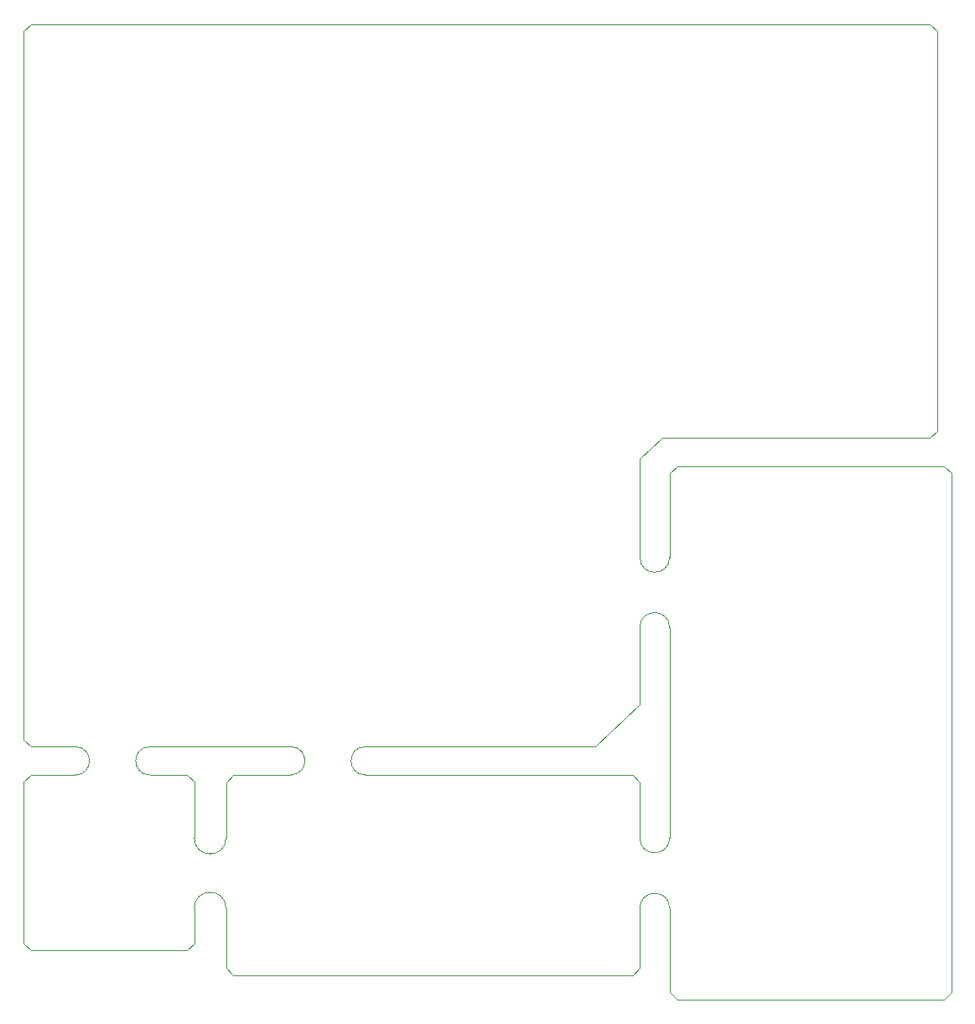
<source format=gm1>
%TF.GenerationSoftware,KiCad,Pcbnew,9.0.2*%
%TF.CreationDate,2026-01-27T22:30:12+01:00*%
%TF.ProjectId,obiwanstenobit,6f626977-616e-4737-9465-6e6f6269742e,rev?*%
%TF.SameCoordinates,Original*%
%TF.FileFunction,Profile,NP*%
%FSLAX46Y46*%
G04 Gerber Fmt 4.6, Leading zero omitted, Abs format (unit mm)*
G04 Created by KiCad (PCBNEW 9.0.2) date 2026-01-27 22:30:12*
%MOMM*%
%LPD*%
G01*
G04 APERTURE LIST*
%TA.AperFunction,Profile*%
%ADD10C,0.050000*%
%TD*%
G04 APERTURE END LIST*
D10*
X174000000Y-78624963D02*
X173250000Y-79333296D01*
X108750000Y-106958283D02*
X113250000Y-106958283D01*
X170250000Y-94916622D02*
G75*
G02*
X173250000Y-94916622I1500000J0D01*
G01*
X142500000Y-109791615D02*
G75*
G02*
X142500000Y-106958185I0J1416715D01*
G01*
X108000000Y-110499948D02*
X108750000Y-109791615D01*
X173250000Y-116166612D02*
G75*
G02*
X170250000Y-116166612I-1500000J0D01*
G01*
X173250000Y-79333296D02*
X173250000Y-87833292D01*
X170250000Y-77916630D02*
X172500000Y-75791631D01*
X170250000Y-110541615D02*
X170250000Y-116166612D01*
X128458353Y-110541615D02*
X128458353Y-116166612D01*
X124500000Y-127499940D02*
X108750000Y-127499940D01*
X199500000Y-75791631D02*
X172500000Y-75791631D01*
X108000000Y-34708317D02*
X108000000Y-106249950D01*
X201000000Y-78624963D02*
X201750000Y-79333296D01*
X125250000Y-126791607D02*
X125250000Y-123249942D01*
X108750000Y-127499940D02*
X108000000Y-126791607D01*
X125250000Y-123249942D02*
G75*
G02*
X128458354Y-123249942I1604177J-1D01*
G01*
X108000000Y-34708317D02*
X108750000Y-33999984D01*
X169541667Y-130041615D02*
X170250000Y-129291615D01*
X170250000Y-102708285D02*
X170250000Y-94916622D01*
X128458353Y-116166612D02*
G75*
G02*
X125249999Y-116166612I-1604177J0D01*
G01*
X125250000Y-126791607D02*
X124500000Y-127499940D01*
X173250000Y-116166612D02*
X173250000Y-94916622D01*
X170250000Y-123249942D02*
G75*
G02*
X173250000Y-123249942I1500000J0D01*
G01*
X199500000Y-33999984D02*
X108750000Y-33999984D01*
X173250000Y-87833292D02*
G75*
G02*
X170250000Y-87833292I-1500000J0D01*
G01*
X135000000Y-106958283D02*
G75*
G02*
X135000000Y-109791517I0J-1416617D01*
G01*
X108000000Y-126791607D02*
X108000000Y-110499948D01*
X170250000Y-129291615D02*
X170250000Y-123249942D01*
X199500000Y-33999984D02*
X200250000Y-34708317D01*
X129166686Y-109791615D02*
X135000000Y-109791615D01*
X125250000Y-110499948D02*
X125250000Y-116166612D01*
X129166686Y-130041615D02*
X128458353Y-129291615D01*
X199500000Y-75791631D02*
X200250000Y-75083298D01*
X165750000Y-106958283D02*
X142500000Y-106958283D01*
X128458353Y-129291615D02*
X128458353Y-123249942D01*
X142500000Y-109791615D02*
X169541667Y-109791615D01*
X165750000Y-106958283D02*
X170250000Y-102708285D01*
X108750000Y-109791615D02*
X113250000Y-109791517D01*
X169541667Y-130041615D02*
X129166686Y-130041615D01*
X170250000Y-110541615D02*
X169541667Y-109791615D01*
X201750000Y-131749938D02*
X201750000Y-79333296D01*
X124500000Y-109791615D02*
X125250000Y-110499948D01*
X120750000Y-109791615D02*
X124500000Y-109791615D01*
X173250000Y-131749938D02*
X174000000Y-132458271D01*
X201000000Y-132458271D02*
X201750000Y-131749938D01*
X174000000Y-132458271D02*
X201000000Y-132458271D01*
X170250000Y-77916630D02*
X170250000Y-87833292D01*
X135000000Y-106958283D02*
X120750000Y-106958283D01*
X201000000Y-78624963D02*
X174000000Y-78624963D01*
X113250000Y-106958283D02*
G75*
G02*
X113250000Y-109791517I0J-1416617D01*
G01*
X128458353Y-110541615D02*
X129166686Y-109791615D01*
X108750000Y-106958283D02*
X108000000Y-106249950D01*
X120750000Y-109791615D02*
G75*
G02*
X120750000Y-106958185I0J1416715D01*
G01*
X173250000Y-131749938D02*
X173250000Y-123249942D01*
X200250000Y-34708317D02*
X200250000Y-75083298D01*
M02*

</source>
